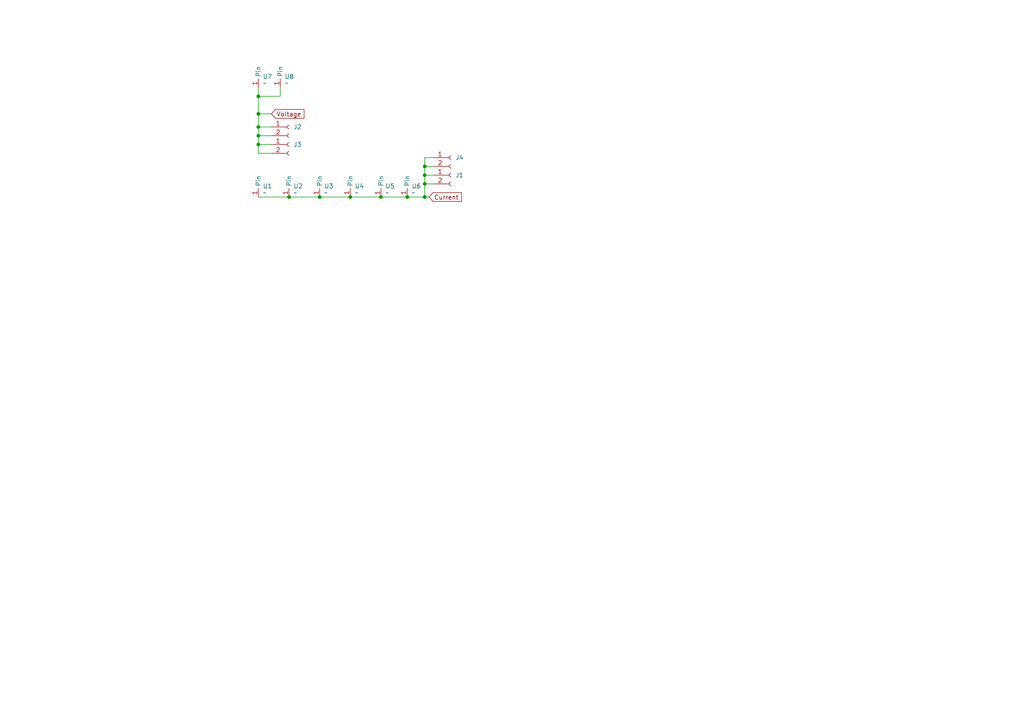
<source format=kicad_sch>
(kicad_sch (version 20231120) (generator "eeschema") (generator_version "8.0")
  (paper "A4")
  (lib_symbols
    (symbol "Connector:Conn_01x02_Socket" (pin_names (offset 1.016) hide)
      (property "Reference" "J" (at 0 2.54 0))
      (property "Value" "Conn_01x02_Socket" (at 0 -5.08 0))
      (symbol "Conn_01x02_Socket_1_1"
        (arc (start 0 -2.032) (mid -0.5058 -2.54) (end 0 -3.048) (stroke (width 0.1524)))
        (polyline (pts (xy -1.27 -2.54) (xy -0.508 -2.54)) (stroke (width 0.1524)))
        (polyline (pts (xy -1.27 0) (xy -0.508 0)) (stroke (width 0.1524)))
        (arc (start 0 0.508) (mid -0.5058 0) (end 0 -0.508) (stroke (width 0.1524)))
        (pin passive line (at -5.08 0 0) (length 3.81) (name "Pin_1") (number "1"))
        (pin passive line (at -5.08 -2.54 0) (length 3.81) (name "Pin_2") (number "2"))
      )
    )
    (symbol "Custom:0.64mm_Pogo_Pin"
      (property "Reference" "U" (at 0 0 0))
      (symbol "0.64mm_Pogo_Pin_1_1"
        (pin input line (at 0 -7.62 90) (length 2.54) (name "Pin") (number "1"))
      )
    )
  )
  (junction (at 74.93 33.02))
  (junction (at 74.93 39.37))
  (junction (at 101.6 57.15))
  (junction (at 74.93 36.83))
  (junction (at 74.93 41.91))
  (junction (at 74.93 27.94))
  (junction (at 123.19 50.8))
  (junction (at 123.19 48.26))
  (junction (at 123.19 57.15))
  (junction (at 92.71 57.15))
  (junction (at 110.49 57.15))
  (junction (at 123.19 53.34))
  (junction (at 83.82 57.15))
  (junction (at 118.11 57.15))
  (wire (pts (xy 74.93 57.15) (xy 83.82 57.15)))
  (wire (pts (xy 123.19 50.8) (xy 123.19 53.34)))
  (wire (pts (xy 83.82 57.15) (xy 92.71 57.15)))
  (wire (pts (xy 125.73 50.8) (xy 123.19 50.8)))
  (wire (pts (xy 78.74 36.83) (xy 74.93 36.83)))
  (wire (pts (xy 74.93 33.02) (xy 78.74 33.02)))
  (wire (pts (xy 118.11 57.15) (xy 123.19 57.15)))
  (wire (pts (xy 74.93 25.4) (xy 74.93 27.94)))
  (wire (pts (xy 74.93 39.37) (xy 74.93 36.83)))
  (wire (pts (xy 74.93 36.83) (xy 74.93 33.02)))
  (wire (pts (xy 74.93 41.91) (xy 74.93 39.37)))
  (wire (pts (xy 110.49 57.15) (xy 118.11 57.15)))
  (wire (pts (xy 78.74 41.91) (xy 74.93 41.91)))
  (wire (pts (xy 123.19 48.26) (xy 123.19 50.8)))
  (wire (pts (xy 123.19 53.34) (xy 125.73 53.34)))
  (wire (pts (xy 81.28 25.4) (xy 81.28 27.94)))
  (wire (pts (xy 92.71 57.15) (xy 101.6 57.15)))
  (wire (pts (xy 78.74 44.45) (xy 74.93 44.45)))
  (wire (pts (xy 101.6 57.15) (xy 110.49 57.15)))
  (wire (pts (xy 125.73 45.72) (xy 123.19 45.72)))
  (wire (pts (xy 81.28 27.94) (xy 74.93 27.94)))
  (wire (pts (xy 74.93 44.45) (xy 74.93 41.91)))
  (wire (pts (xy 123.19 53.34) (xy 123.19 57.15)))
  (wire (pts (xy 125.73 48.26) (xy 123.19 48.26)))
  (wire (pts (xy 74.93 27.94) (xy 74.93 33.02)))
  (wire (pts (xy 123.19 57.15) (xy 124.46 57.15)))
  (wire (pts (xy 123.19 45.72) (xy 123.19 48.26)))
  (wire (pts (xy 78.74 39.37) (xy 74.93 39.37)))
  (global_label "Current" (shape input) (at 124.46 57.15 0) (property "Intersheetrefs" "${INTERSHEET_REFS}" (effects (hide yes))))
  (global_label "Voltage" (shape input) (at 78.74 33.02 0) (property "Intersheetrefs" "${INTERSHEET_REFS}" (effects (hide yes))))
  (symbol (lib_id "Custom:0.64mm_Pogo_Pin") (at 74.93 17.78 0) (unit 1)
    (property "Reference" "U7" (at 76.2 22.2249 0) (effects (justify left)))
    (property "Value" "~" (at 76.2 24.13 0) (effects (justify left)))
    (property "Footprint" "Custom:0.64mm Pogo Pin" (effects (hide yes)))
  )
  (symbol (lib_id "Custom:0.64mm_Pogo_Pin") (at 74.93 49.53 0) (unit 1)
    (property "Reference" "U1" (at 76.2 53.9749 0) (effects (justify left)))
    (property "Value" "~" (at 76.2 55.88 0) (effects (justify left)))
    (property "Footprint" "Custom:0.64mm Pogo Pin" (effects (hide yes)))
  )
  (symbol (lib_id "Connector:Conn_01x02_Socket") (at 130.81 45.72 0) (unit 1)
    (property "Reference" "J4" (at 132.08 45.7199 0) (effects (justify left)))
    (property "Value" "Conn_01x02_Socket" (effects (hide yes)))
    (property "Footprint" "MountingHole:MountingHole_3.2mm_M3_DIN965_Pad" (effects (hide yes)))
    (property "Description" "Generic connector, single row, 01x02, script generated" (effects (hide yes)))
  )
  (symbol (lib_id "Connector:Conn_01x02_Socket") (at 83.82 36.83 0) (unit 1)
    (property "Reference" "J2" (at 85.09 36.8299 0) (effects (justify left)))
    (property "Value" "Conn_01x02_Socket" (effects (hide yes)))
    (property "Footprint" "MountingHole:MountingHole_3.2mm_M3_DIN965_Pad" (effects (hide yes)))
    (property "Description" "Generic connector, single row, 01x02, script generated" (effects (hide yes)))
  )
  (symbol (lib_id "Custom:0.64mm_Pogo_Pin") (at 118.11 49.53 0) (unit 1)
    (property "Reference" "U6" (at 119.38 53.9749 0) (effects (justify left)))
    (property "Value" "~" (at 119.38 55.88 0) (effects (justify left)))
    (property "Footprint" "Custom:0.64mm Pogo Pin" (effects (hide yes)))
  )
  (symbol (lib_id "Custom:0.64mm_Pogo_Pin") (at 92.71 49.53 0) (unit 1)
    (property "Reference" "U3" (at 93.98 53.9749 0) (effects (justify left)))
    (property "Value" "~" (at 93.98 55.88 0) (effects (justify left)))
    (property "Footprint" "Custom:0.64mm Pogo Pin" (effects (hide yes)))
  )
  (symbol (lib_id "Connector:Conn_01x02_Socket") (at 130.81 50.8 0) (unit 1)
    (property "Reference" "J1" (at 132.08 50.7999 0) (effects (justify left)))
    (property "Value" "Conn_01x02_Socket" (effects (hide yes)))
    (property "Footprint" "MountingHole:MountingHole_3.2mm_M3_DIN965_Pad" (effects (hide yes)))
    (property "Description" "Generic connector, single row, 01x02, script generated" (effects (hide yes)))
  )
  (symbol (lib_id "Custom:0.64mm_Pogo_Pin") (at 110.49 49.53 0) (unit 1)
    (property "Reference" "U5" (at 111.76 53.9749 0) (effects (justify left)))
    (property "Value" "~" (at 111.76 55.88 0) (effects (justify left)))
    (property "Footprint" "Custom:0.64mm Pogo Pin" (effects (hide yes)))
  )
  (symbol (lib_id "Custom:0.64mm_Pogo_Pin") (at 83.82 49.53 0) (unit 1)
    (property "Reference" "U2" (at 85.09 53.9749 0) (effects (justify left)))
    (property "Value" "~" (at 85.09 55.88 0) (effects (justify left)))
    (property "Footprint" "Custom:0.64mm Pogo Pin" (effects (hide yes)))
  )
  (symbol (lib_id "Custom:0.64mm_Pogo_Pin") (at 81.28 17.78 0) (unit 1)
    (property "Reference" "U8" (at 82.55 22.2249 0) (effects (justify left)))
    (property "Value" "~" (at 82.55 24.13 0) (effects (justify left)))
    (property "Footprint" "Custom:0.64mm Pogo Pin" (effects (hide yes)))
  )
  (symbol (lib_id "Custom:0.64mm_Pogo_Pin") (at 101.6 49.53 0) (unit 1)
    (property "Reference" "U4" (at 102.87 53.9749 0) (effects (justify left)))
    (property "Value" "~" (at 102.87 55.88 0) (effects (justify left)))
    (property "Footprint" "Custom:0.64mm Pogo Pin" (effects (hide yes)))
  )
  (symbol (lib_id "Connector:Conn_01x02_Socket") (at 83.82 41.91 0) (unit 1)
    (property "Reference" "J3" (at 85.09 41.9099 0) (effects (justify left)))
    (property "Value" "Conn_01x02_Socket" (effects (hide yes)))
    (property "Footprint" "MountingHole:MountingHole_3.2mm_M3_DIN965_Pad" (effects (hide yes)))
    (property "Description" "Generic connector, single row, 01x02, script generated" (effects (hide yes)))
  )
)
</source>
